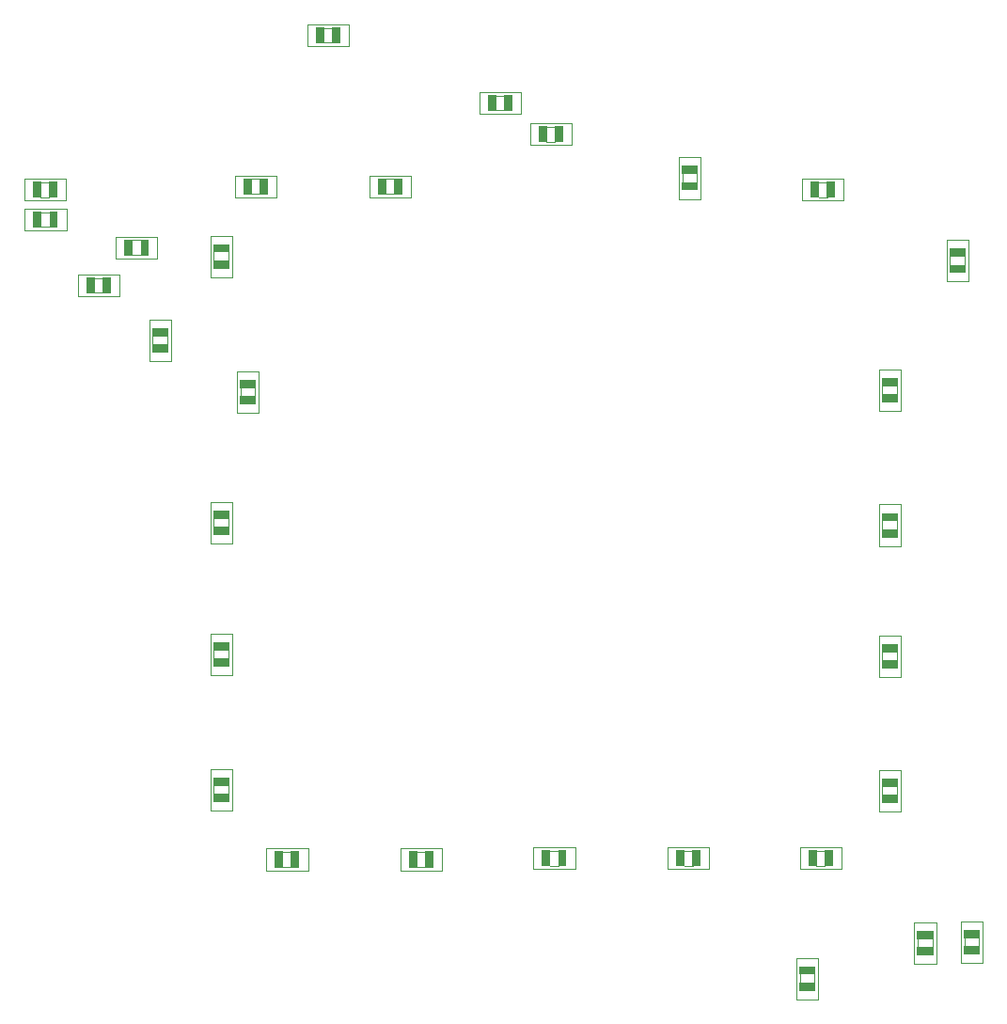
<source format=gm1>
G04 Layer_Color=16711935*
%FSLAX44Y44*%
%MOMM*%
G71*
G01*
G75*
%ADD43C,0.1016*%
%ADD72C,0.0508*%
G36*
X945262Y690059D02*
X930755D01*
Y697557D01*
X945262D01*
Y690059D01*
D02*
G37*
G36*
X1547245Y795943D02*
X1532738D01*
Y803441D01*
X1547245D01*
Y795943D01*
D02*
G37*
G36*
X945262Y797572D02*
X930757D01*
Y805079D01*
X945262D01*
Y797572D01*
D02*
G37*
G36*
X1547243Y689421D02*
X1532738D01*
Y696928D01*
X1547243D01*
Y689421D01*
D02*
G37*
G36*
X1488928Y617757D02*
X1481421D01*
Y632262D01*
X1488928D01*
Y617757D01*
D02*
G37*
G36*
X1547245Y674943D02*
X1532738D01*
Y682441D01*
X1547245D01*
Y674943D01*
D02*
G37*
G36*
X945262Y675572D02*
X930757D01*
Y683079D01*
X945262D01*
Y675572D01*
D02*
G37*
G36*
X1547243Y810421D02*
X1532738D01*
Y817928D01*
X1547243D01*
Y810421D01*
D02*
G37*
G36*
X945262Y930559D02*
X930755D01*
Y938057D01*
X945262D01*
Y930559D01*
D02*
G37*
G36*
X969262Y1033572D02*
X954757D01*
Y1041079D01*
X969262D01*
Y1033572D01*
D02*
G37*
G36*
X1547245Y1035443D02*
X1532738D01*
Y1042941D01*
X1547245D01*
Y1035443D01*
D02*
G37*
G36*
X1547243Y928421D02*
X1532738D01*
Y935928D01*
X1547243D01*
Y928421D01*
D02*
G37*
G36*
X945262Y812059D02*
X930755D01*
Y819557D01*
X945262D01*
Y812059D01*
D02*
G37*
G36*
X1547245Y913943D02*
X1532738D01*
Y921441D01*
X1547245D01*
Y913943D01*
D02*
G37*
G36*
X945262Y916072D02*
X930757D01*
Y923579D01*
X945262D01*
Y916072D01*
D02*
G37*
G36*
X1579243Y551921D02*
X1564738D01*
Y559428D01*
X1579243D01*
Y551921D01*
D02*
G37*
G36*
X1621243Y552921D02*
X1606738D01*
Y560428D01*
X1621243D01*
Y552921D01*
D02*
G37*
G36*
X993941Y616755D02*
X986443D01*
Y631262D01*
X993941D01*
Y616755D01*
D02*
G37*
G36*
X1621245Y538443D02*
X1606738D01*
Y545941D01*
X1621245D01*
Y538443D01*
D02*
G37*
G36*
X1473172Y505842D02*
X1458667D01*
Y513349D01*
X1473172D01*
Y505842D01*
D02*
G37*
G36*
Y520329D02*
X1458665D01*
Y527827D01*
X1473172D01*
Y520329D01*
D02*
G37*
G36*
X1579245Y537443D02*
X1564738D01*
Y544941D01*
X1579245D01*
Y537443D01*
D02*
G37*
G36*
X1114441Y616755D02*
X1106943D01*
Y631262D01*
X1114441D01*
Y616755D01*
D02*
G37*
G36*
X1474441Y617755D02*
X1466943D01*
Y632262D01*
X1474441D01*
Y617755D01*
D02*
G37*
G36*
X1248928Y617757D02*
X1241421D01*
Y632262D01*
X1248928D01*
Y617757D01*
D02*
G37*
G36*
X1369928D02*
X1362421D01*
Y632262D01*
X1369928D01*
Y617757D01*
D02*
G37*
G36*
X1355441Y617755D02*
X1347943D01*
Y632262D01*
X1355441D01*
Y617755D01*
D02*
G37*
G36*
X1008428Y616757D02*
X1000921D01*
Y631262D01*
X1008428D01*
Y616757D01*
D02*
G37*
G36*
X1128928D02*
X1121421D01*
Y631262D01*
X1128928D01*
Y616757D01*
D02*
G37*
G36*
X1234441Y617755D02*
X1226943D01*
Y632262D01*
X1234441D01*
Y617755D01*
D02*
G37*
G36*
X1101557Y1222738D02*
X1094059D01*
Y1237245D01*
X1101557D01*
Y1222738D01*
D02*
G37*
G36*
X965941Y1222755D02*
X958443D01*
Y1237262D01*
X965941D01*
Y1222755D01*
D02*
G37*
G36*
X980428Y1222757D02*
X972921D01*
Y1237262D01*
X980428D01*
Y1222757D01*
D02*
G37*
G36*
X1087079Y1222738D02*
X1079572D01*
Y1237243D01*
X1087079D01*
Y1222738D01*
D02*
G37*
G36*
X1491057Y1219738D02*
X1483559D01*
Y1234245D01*
X1491057D01*
Y1219738D01*
D02*
G37*
G36*
X775941Y1219755D02*
X768443D01*
Y1234262D01*
X775941D01*
Y1219755D01*
D02*
G37*
G36*
X790428Y1219757D02*
X782921D01*
Y1234262D01*
X790428D01*
Y1219757D01*
D02*
G37*
G36*
X1367245Y1226443D02*
X1352738D01*
Y1233941D01*
X1367245D01*
Y1226443D01*
D02*
G37*
G36*
X1200428Y1297757D02*
X1192921D01*
Y1312262D01*
X1200428D01*
Y1297757D01*
D02*
G37*
G36*
X1030941Y1358755D02*
X1023443D01*
Y1373262D01*
X1030941D01*
Y1358755D01*
D02*
G37*
G36*
X1045428Y1358757D02*
X1037921D01*
Y1373262D01*
X1045428D01*
Y1358757D01*
D02*
G37*
G36*
X1185941Y1297755D02*
X1178443D01*
Y1312262D01*
X1185941D01*
Y1297755D01*
D02*
G37*
G36*
X1367243Y1240921D02*
X1352738D01*
Y1248428D01*
X1367243D01*
Y1240921D01*
D02*
G37*
G36*
X1231579Y1269738D02*
X1224072D01*
Y1284243D01*
X1231579D01*
Y1269738D01*
D02*
G37*
G36*
X1246057D02*
X1238559D01*
Y1284245D01*
X1246057D01*
Y1269738D01*
D02*
G37*
G36*
X824579Y1133738D02*
X817072D01*
Y1148243D01*
X824579D01*
Y1133738D01*
D02*
G37*
G36*
X839057D02*
X831559D01*
Y1148245D01*
X839057D01*
Y1133738D01*
D02*
G37*
G36*
X1608245Y1151943D02*
X1593738D01*
Y1159441D01*
X1608245D01*
Y1151943D01*
D02*
G37*
G36*
X890262Y1095059D02*
X875755D01*
Y1102557D01*
X890262D01*
Y1095059D01*
D02*
G37*
G36*
X969262Y1048059D02*
X954755D01*
Y1055557D01*
X969262D01*
Y1048059D01*
D02*
G37*
G36*
X1547243Y1049921D02*
X1532738D01*
Y1057428D01*
X1547243D01*
Y1049921D01*
D02*
G37*
G36*
X890262Y1080572D02*
X875757D01*
Y1088079D01*
X890262D01*
Y1080572D01*
D02*
G37*
G36*
X945262Y1156072D02*
X930757D01*
Y1163579D01*
X945262D01*
Y1156072D01*
D02*
G37*
G36*
X776441Y1192755D02*
X768943D01*
Y1207262D01*
X776441D01*
Y1192755D01*
D02*
G37*
G36*
X790928Y1192757D02*
X783421D01*
Y1207262D01*
X790928D01*
Y1192757D01*
D02*
G37*
G36*
X1476579Y1219738D02*
X1469072D01*
Y1234243D01*
X1476579D01*
Y1219738D01*
D02*
G37*
G36*
X945262Y1170559D02*
X930755D01*
Y1178057D01*
X945262D01*
Y1170559D01*
D02*
G37*
G36*
X1608243Y1166421D02*
X1593738D01*
Y1173928D01*
X1608243D01*
Y1166421D01*
D02*
G37*
G36*
X858579Y1167738D02*
X851072D01*
Y1182243D01*
X858579D01*
Y1167738D01*
D02*
G37*
G36*
X873057D02*
X865559D01*
Y1182245D01*
X873057D01*
Y1167738D01*
D02*
G37*
D43*
X1231440Y1283600D02*
X1238810D01*
X1231190Y1270400D02*
X1238810D01*
X1366600Y1233690D02*
Y1241060D01*
X1353400Y1233690D02*
Y1241310D01*
X1476440Y1233600D02*
X1483810D01*
X1476190Y1220400D02*
X1483810D01*
X1607600Y1159190D02*
Y1166560D01*
X1594400Y1159190D02*
Y1166810D01*
X1546600Y1042690D02*
Y1050060D01*
X1533400Y1042690D02*
Y1050310D01*
X1546600Y921190D02*
Y928560D01*
X1533400Y921190D02*
Y928810D01*
X1546600Y803190D02*
Y810560D01*
X1533400Y803190D02*
Y810810D01*
X1546600Y682190D02*
Y689560D01*
X1533400Y682190D02*
Y689810D01*
X1474190Y618400D02*
X1481560D01*
X1474190Y631600D02*
X1481810D01*
X1355190Y618400D02*
X1362560D01*
X1355190Y631600D02*
X1362810D01*
X1234190Y618400D02*
X1241560D01*
X1234190Y631600D02*
X1241810D01*
X1114190Y617400D02*
X1121560D01*
X1114190Y630600D02*
X1121810D01*
X993690Y617400D02*
X1001060D01*
X993690Y630600D02*
X1001310D01*
X931400Y682940D02*
Y690310D01*
X944600Y682690D02*
Y690310D01*
X931400Y804940D02*
Y812310D01*
X944600Y804690D02*
Y812310D01*
X931400Y923440D02*
Y930810D01*
X944600Y923190D02*
Y930810D01*
X955400Y1040940D02*
Y1048310D01*
X968600Y1040690D02*
Y1048310D01*
X931400Y1163440D02*
Y1170810D01*
X944600Y1163190D02*
Y1170810D01*
X965690Y1223400D02*
X973060D01*
X965690Y1236600D02*
X973310D01*
X1086940D02*
X1094310D01*
X1086690Y1223400D02*
X1094310D01*
X876400Y1087940D02*
Y1095310D01*
X889600Y1087690D02*
Y1095310D01*
X858440Y1181600D02*
X865810D01*
X858190Y1168400D02*
X865810D01*
X824440Y1147600D02*
X831810D01*
X824190Y1134400D02*
X831810D01*
X775690Y1220400D02*
X783060D01*
X775690Y1233600D02*
X783310D01*
X776190Y1193400D02*
X783560D01*
X776190Y1206600D02*
X783810D01*
X1578600Y544690D02*
Y552060D01*
X1565400Y544690D02*
Y552310D01*
X1620600Y545690D02*
Y553060D01*
X1607400Y545690D02*
Y553310D01*
X1459310Y513210D02*
Y520580D01*
X1472510Y512960D02*
Y520580D01*
X1185690Y1298400D02*
X1193060D01*
X1185690Y1311600D02*
X1193310D01*
X1030690Y1359400D02*
X1038060D01*
X1030690Y1372600D02*
X1038310D01*
D72*
X1253730Y1267170D02*
Y1286830D01*
X1216270Y1267170D02*
Y1286830D01*
X1253730D01*
X1216270Y1267170D02*
X1253730D01*
X1350170Y1218770D02*
X1369830D01*
X1350170Y1256230D02*
X1369830D01*
Y1218770D02*
Y1256230D01*
X1350170Y1218770D02*
Y1256230D01*
X1498730Y1217170D02*
Y1236830D01*
X1461270Y1217170D02*
Y1236830D01*
X1498730D01*
X1461270Y1217170D02*
X1498730D01*
X1591170Y1144270D02*
X1610830D01*
X1591170Y1181730D02*
X1610830D01*
Y1144270D02*
Y1181730D01*
X1591170Y1144270D02*
Y1181730D01*
X1530170Y1027770D02*
X1549830D01*
X1530170Y1065230D02*
X1549830D01*
Y1027770D02*
Y1065230D01*
X1530170Y1027770D02*
Y1065230D01*
Y906270D02*
X1549830D01*
X1530170Y943730D02*
X1549830D01*
Y906270D02*
Y943730D01*
X1530170Y906270D02*
Y943730D01*
Y788270D02*
X1549830D01*
X1530170Y825730D02*
X1549830D01*
Y788270D02*
Y825730D01*
X1530170Y788270D02*
Y825730D01*
Y667270D02*
X1549830D01*
X1530170Y704730D02*
X1549830D01*
Y667270D02*
Y704730D01*
X1530170Y667270D02*
Y704730D01*
X1459270Y615170D02*
Y634830D01*
X1496730Y615170D02*
Y634830D01*
X1459270Y615170D02*
X1496730D01*
X1459270Y634830D02*
X1496730D01*
X1340270Y615170D02*
Y634830D01*
X1377730Y615170D02*
Y634830D01*
X1340270Y615170D02*
X1377730D01*
X1340270Y634830D02*
X1377730D01*
X1219270Y615170D02*
Y634830D01*
X1256730Y615170D02*
Y634830D01*
X1219270Y615170D02*
X1256730D01*
X1219270Y634830D02*
X1256730D01*
X1099270Y614170D02*
Y633830D01*
X1136730Y614170D02*
Y633830D01*
X1099270Y614170D02*
X1136730D01*
X1099270Y633830D02*
X1136730D01*
X978770Y614170D02*
Y633830D01*
X1016230Y614170D02*
Y633830D01*
X978770Y614170D02*
X1016230D01*
X978770Y633830D02*
X1016230D01*
X928170Y705230D02*
X947830D01*
X928170Y667770D02*
X947830D01*
X928170D02*
Y705230D01*
X947830Y667770D02*
Y705230D01*
X928170Y827230D02*
X947830D01*
X928170Y789770D02*
X947830D01*
X928170D02*
Y827230D01*
X947830Y789770D02*
Y827230D01*
X928170Y945730D02*
X947830D01*
X928170Y908270D02*
X947830D01*
X928170D02*
Y945730D01*
X947830Y908270D02*
Y945730D01*
X952170Y1063230D02*
X971830D01*
X952170Y1025770D02*
X971830D01*
X952170D02*
Y1063230D01*
X971830Y1025770D02*
Y1063230D01*
X928170Y1185730D02*
X947830D01*
X928170Y1148270D02*
X947830D01*
X928170D02*
Y1185730D01*
X947830Y1148270D02*
Y1185730D01*
X950770Y1220170D02*
Y1239830D01*
X988230Y1220170D02*
Y1239830D01*
X950770Y1220170D02*
X988230D01*
X950770Y1239830D02*
X988230D01*
X1109230Y1220170D02*
Y1239830D01*
X1071770Y1220170D02*
Y1239830D01*
X1109230D01*
X1071770Y1220170D02*
X1109230D01*
X873170Y1110230D02*
X892830D01*
X873170Y1072770D02*
X892830D01*
X873170D02*
Y1110230D01*
X892830Y1072770D02*
Y1110230D01*
X880730Y1165170D02*
Y1184830D01*
X843270Y1165170D02*
Y1184830D01*
X880730D01*
X843270Y1165170D02*
X880730D01*
X846730Y1131170D02*
Y1150830D01*
X809270Y1131170D02*
Y1150830D01*
X846730D01*
X809270Y1131170D02*
X846730D01*
X760770Y1217170D02*
Y1236830D01*
X798230Y1217170D02*
Y1236830D01*
X760770Y1217170D02*
X798230D01*
X760770Y1236830D02*
X798230D01*
X761270Y1190170D02*
Y1209830D01*
X798730Y1190170D02*
Y1209830D01*
X761270Y1190170D02*
X798730D01*
X761270Y1209830D02*
X798730D01*
X1562170Y529770D02*
X1581830D01*
X1562170Y567230D02*
X1581830D01*
Y529770D02*
Y567230D01*
X1562170Y529770D02*
Y567230D01*
X1604170Y530770D02*
X1623830D01*
X1604170Y568230D02*
X1623830D01*
Y530770D02*
Y568230D01*
X1604170Y530770D02*
Y568230D01*
X1456080Y535500D02*
X1475740D01*
X1456080Y498040D02*
X1475740D01*
X1456080D02*
Y535500D01*
X1475740Y498040D02*
Y535500D01*
X1170770Y1295170D02*
Y1314830D01*
X1208230Y1295170D02*
Y1314830D01*
X1170770Y1295170D02*
X1208230D01*
X1170770Y1314830D02*
X1208230D01*
X1015770Y1356170D02*
Y1375830D01*
X1053230Y1356170D02*
Y1375830D01*
X1015770Y1356170D02*
X1053230D01*
X1015770Y1375830D02*
X1053230D01*
M02*

</source>
